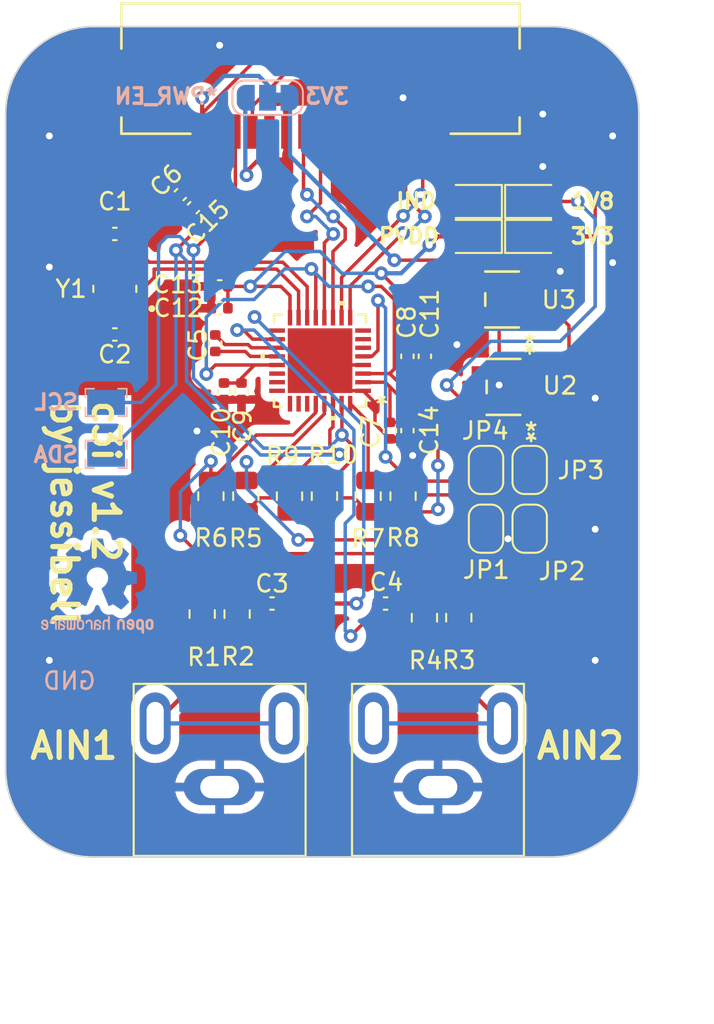
<source format=kicad_pcb>
(kicad_pcb (version 20221018) (generator pcbnew)
  (layers (0 "F.Cu" signal) (31 "B.Cu" signal) (34 "B.Paste" user) (35 "F.Paste" user) (36 "B.SilkS" user "B.Silkscreen") (37 "F.SilkS" user "F.Silkscreen") (38 "B.Mask" user) (39 "F.Mask" user) (44 "Edge.Cuts" user))
  (net 0 "")
  (net 1 "GND")
  (net 2 "Net-(U1-XTALP)")
  (net 3 "Net-(U1-XTALN)")
  (net 4 "Net-(C3-Pad1)")
  (net 5 "Ain1")
  (net 6 "Net-(C4-Pad1)")
  (net 7 "Ain2")
  (net 8 "Net-(U1-VREFP)")
  (net 9 "Net-(U1-VREFN)")
  (net 10 "+3.3V")
  (net 11 "+1V8")
  (net 12 "PVDD")
  (net 13 "LED_IND")
  (net 14 "MIPI_D0_N")
  (net 15 "MIPI_D0_P")
  (net 16 "MIPI_D1_N")
  (net 17 "MIPI_D1_P")
  (net 18 "MIPI_CL_N")
  (net 19 "MIPI_CL_P")
  (net 20 "PWR_EN")
  (net 21 "I2C_SCL")
  (net 22 "I2C_SDA")
  (net 23 "Net-(J2-Pad2)")
  (net 24 "Net-(J3-Pad2)")
  (net 25 "I2C_ADD")
  (net 26 "RESET")
  (net 27 "PWRDWN")
  (net 28 "INT")
  (net 40 "Net-(JP5-A)")
  (footprint "Capacitor_SMD:C_0402_1005Metric" (layer "F.Cu") (at 142.494 69.96 -90)
    (fp_text reference "C11")
    (fp_text value "10nF")
  )
  (footprint "Capacitor_SMD:C_0402_1005Metric" (layer "F.Cu") (at 129.032 61.324 -135)
    (fp_text reference "C15")
    (fp_text value "0.1uF")
  )
  (footprint "components:SWITCHCRAFT_PJRAN1X1U04X" (layer "F.Cu") (at 143.256 94.996)
    (fp_text reference "J3" hide)
    (fp_text value "PJRAN1X1U04X")
  )
  (footprint "Capacitor_SMD:C_0402_1005Metric" (layer "F.Cu") (at 128.27 60.562 45)
    (fp_text reference "C6")
    (fp_text value "0.1uF")
  )
  (footprint "LED_SMD:LED_0805_2012Metric" (layer "F.Cu") (at 145.288 62.992 180)
    (fp_text reference "D4")
    (fp_text value "LED")
  )
  (footprint "components:SWITCHCRAFT_PJRAN1X1U04X" (layer "F.Cu") (at 130.556 94.996)
    (fp_text reference "J2" hide)
    (fp_text value "PJRAN1X1U04X")
  )
  (footprint "Jumper:SolderJumper-2_P1.3mm_Open_RoundedPad1.0x1.5mm" (layer "F.Cu") (at 146.05 76.564 -90)
    (fp_text reference "JP4")
    (fp_text value "Jumper_2_Open")
  )
  (footprint "Capacitor_SMD:C_0402_1005Metric" (layer "F.Cu") (at 124.46 62.848 180)
    (fp_text reference "C1")
    (fp_text value "47pF")
  )
  (footprint "Resistor_SMD:R_0805_2012Metric" (layer "F.Cu") (at 141.224 78.088 90)
    (fp_text reference "R8")
    (fp_text value "100k")
  )
  (footprint "Jumper:SolderJumper-2_P1.3mm_Open_RoundedPad1.0x1.5mm" (layer "F.Cu") (at 148.59 76.564 -90)
    (fp_text reference "JP3")
    (fp_text value "Jumper_2_Open")
  )
  (footprint "Resistor_SMD:R_0805_2012Metric" (layer "F.Cu") (at 136.652 78.088 90)
    (fp_text reference "R10")
    (fp_text value "2.2k")
  )
  (footprint "Resistor_SMD:R_0805_2012Metric" (layer "F.Cu") (at 131.572 84.9395 90)
    (fp_text reference "R2")
    (fp_text value "51")
  )
  (footprint "components:SOT23-5LD-PL-1_MCH" (layer "F.Cu") (at 146.98345 66.658 180)
    (fp_text reference "U3")
    (fp_text value "MIC5504-1.8YM5-TR")
  )
  (footprint "Capacitor_SMD:C_0402_1005Metric" (layer "F.Cu") (at 124.46 68.69)
    (fp_text reference "C2")
    (fp_text value "47pF")
  )
  (footprint "Capacitor_SMD:C_0402_1005Metric" (layer "F.Cu") (at 141.478 74.278 90)
    (fp_text reference "C7")
    (fp_text value "10nF")
  )
  (footprint "Capacitor_SMD:C_0402_1005Metric" (layer "F.Cu") (at 130.302 69.198 -90)
    (fp_text reference "C5")
    (fp_text value "0.1uF")
  )
  (footprint "Capacitor_SMD:C_0402_1005Metric" (layer "F.Cu") (at 140.208 84.328 180)
    (fp_text reference "C4")
    (fp_text value "0.1uF")
  )
  (footprint "Capacitor_SMD:C_0402_1005Metric" (layer "F.Cu") (at 130.556 67.166)
    (fp_text reference "C12")
    (fp_text value "0.1uF")
  )
  (footprint "components:SOT23-5LD-PL-1_MCH" (layer "F.Cu") (at 147.066 71.738 180)
    (fp_text reference "U2")
    (fp_text value "MIC5504-1.8YM5-TR")
  )
  (footprint "LED_SMD:LED_0805_2012Metric" (layer "F.Cu") (at 148.844 60.96)
    (fp_text reference "D2")
    (fp_text value "LED")
  )
  (footprint "Jumper:SolderJumper-2_P1.3mm_Open_RoundedPad1.0x1.5mm" (layer "F.Cu") (at 148.59 79.978 90)
    (fp_text reference "JP2")
    (fp_text value "Jumper_2_Open")
  )
  (footprint "Resistor_SMD:R_0805_2012Metric" (layer "F.Cu") (at 129.54 84.9395 90)
    (fp_text reference "R1")
    (fp_text value "24")
  )
  (footprint "Capacitor_SMD:C_0402_1005Metric" (layer "F.Cu") (at 130.556 65.896)
    (fp_text reference "C13")
    (fp_text value "10nF")
  )
  (footprint "Resistor_SMD:R_0805_2012Metric" (layer "F.Cu") (at 139.192 78.088 90)
    (fp_text reference "R7")
    (fp_text value "100k")
  )
  (footprint "Resistor_SMD:R_0805_2012Metric" (layer "F.Cu") (at 142.467341 85.152906 90)
    (fp_text reference "R4")
    (fp_text value "51")
  )
  (footprint "components:XTAL_ABM8-28.63636MHZ-B2-T" (layer "F.Cu") (at 124.46 66.04 180)
    (fp_text reference "Y1")
    (fp_text value "Crystal_GND24" hide)
  )
  (footprint "Jumper:SolderJumper-2_P1.3mm_Open_RoundedPad1.0x1.5mm" (layer "F.Cu") (at 146.05 79.978 90)
    (fp_text reference "JP1")
    (fp_text value "Jumper_2_Open")
  )
  (footprint "Resistor_SMD:R_0805_2012Metric" (layer "F.Cu") (at 144.466 85.15 90)
    (fp_text reference "R3")
    (fp_text value "24")
  )
  (footprint "Resistor_SMD:R_0805_2012Metric" (layer "F.Cu") (at 132.08 78.088 90)
    (fp_text reference "R5")
    (fp_text value "100k")
  )
  (footprint "Capacitor_SMD:C_0402_1005Metric" (layer "F.Cu") (at 141.478 69.96 -90)
    (fp_text reference "C8")
    (fp_text value "0.1uF")
  )
  (footprint "Capacitor_SMD:C_0402_1005Metric" (layer "F.Cu") (at 140.462 74.278 -90)
    (fp_text reference "C14")
    (fp_text value "0.1uF")
  )
  (footprint "Capacitor_SMD:C_0402_1005Metric" (layer "F.Cu") (at 131.826 71.992 90)
    (fp_text reference "C9")
    (fp_text value "0.1uF")
  )
  (footprint "LED_SMD:LED_0805_2012Metric" (layer "F.Cu") (at 145.288 60.96 180)
    (fp_text reference "D1")
    (fp_text value "LED")
  )
  (footprint "Resistor_SMD:R_0805_2012Metric" (layer "F.Cu") (at 134.62 78.088 90)
    (fp_text reference "R9")
    (fp_text value "2.2k")
  )
  (footprint "components:conn15_1-84952-5_TEC" (layer "F.Cu") (at 136.4234 56.896 180)
    (fp_text reference "J1" hide)
    (fp_text value "1-84952-5")
  )
  (footprint "components:CP_32_12_ADI-M" (layer "F.Cu") (at 136.398 70.214 180)
    (fp_text reference "U1" hide)
    (fp_text value "ADV7280BCPZ-M-RL")
  )
  (footprint "Capacitor_SMD:C_0402_1005Metric" (layer "F.Cu") (at 130.81 71.992 90)
    (fp_text reference "C10")
    (fp_text value "10nF")
  )
  (footprint "Resistor_SMD:R_0805_2012Metric" (layer "F.Cu") (at 130.048 78.088 90)
    (fp_text reference "R6")
    (fp_text value "100k")
  )
  (footprint "LED_SMD:LED_0805_2012Metric" (layer "F.Cu") (at 148.844 62.992)
    (fp_text reference "D3")
    (fp_text value "LED")
  )
  (footprint "Capacitor_SMD:C_0402_1005Metric" (layer "F.Cu") (at 133.604 84.328)
    (fp_text reference "C3")
    (fp_text value "0.1uF")
  )
  (footprint "digikey-footprints:PROBE_PAD_0805" (layer "B.Cu") (at 123.952 72.644)
    (fp_text reference "TP2" hide)
    (fp_text value "RCT-0C")
  )
  (footprint "Symbol:OSHW-Logo2_7.3x6mm_Copper" (layer "B.Cu") (at 123.444 83.312 180)
    (fp_text reference "REF**" hide)
    (fp_text value "OSHW-Logo2_7.3x6mm_Copper" hide)
  )
  (footprint "Jumper:SolderJumper-3_P1.3mm_Bridged12_RoundedPad1.0x1.5mm_NumberLabels" (layer "B.Cu") (at 133.35 54.9318 180)
    (fp_text reference "JP5" hide)
    (fp_text value "SolderJumper_3_Bridged12")
  )
  (footprint "digikey-footprints:PROBE_PAD_0805" (layer "B.Cu") (at 123.952 75.654)
    (fp_text reference "TP1" hide)
    (fp_text value "RCT-0C")
  )
  (gr_line (start 149.86 99.06) (end 123.19 99.06) (stroke (width 0.1)) (layer "Edge.Cuts"))
  (gr_line (start 123.19 50.8) (end 149.86 50.8) (stroke (width 0.1)) (layer "Edge.Cuts"))
  (gr_line (start 154.94 55.88) (end 154.94 93.98) (stroke (width 0.1)) (layer "Edge.Cuts"))
  (gr_line (start 118.11 93.98) (end 118.11 55.88) (stroke (width 0.1)) (layer "Edge.Cuts"))
  (gr_arc (start 118.11 55.88) (mid 119.597898 52.287898) (end 123.19 50.8) (stroke (width 0.1)) (layer "Edge.Cuts"))
  (gr_arc (start 149.86 50.8) (mid 153.452102 52.287898) (end 154.94 55.88) (stroke (width 0.1)) (layer "Edge.Cuts"))
  (gr_arc (start 123.19 99.06) (mid 119.597898 97.572102) (end 118.11 93.98) (stroke (width 0.1)) (layer "Edge.Cuts"))
  (gr_arc (start 154.94 93.98) (mid 153.452102 97.572102) (end 149.86 99.06) (stroke (width 0.1)) (layer "Edge.Cuts"))
  (gr_text "c3i v1.2\nby jessibell" (at 120.65 72.39 270) (layer "F.Cu") (effects (font (size 1.5 1.5) (thickness 0.3) bold) (justify left bottom)))
  (gr_text "*PWR_EN" (at 130.556 55.372) (layer "B.SilkS") (effects (font (size 0.9 0.9) (thickness 0.2) bold) (justify left bottom mirror)))
  (gr_text "3V3" (at 138.176 55.372) (layer "B.SilkS") (effects (font (size 0.9 0.9) (thickness 0.2) bold) (justify left bottom mirror)))
  (gr_text "GND" (at 123.444 89.408) (layer "B.SilkS") (effects (font (size 1 1)) (justify left bottom mirror)))
  (gr_text "SDA" (at 122.428 76.2) (layer "B.SilkS") (effects (font (size 0.9 0.9) (thickness 0.2) bold) (justify left bottom mirror)))
  (gr_text "SCL" (at 122.428 73.152) (layer "B.SilkS") (effects (font (size 0.9 0.9) (thickness 0.2) bold) (justify left bottom mirror)))
  (gr_text "AIN1" (at 119.38 93.472) (layer "F.SilkS") (effects (font (size 1.5 1.5) (thickness 0.3) bold) (justify left bottom)))
  (gr_text "1V8" (at 150.876 61.468) (layer "F.SilkS") (effects (font (size 0.9 0.9) (thickness 0.2) bold) (justify left bottom)))
  (gr_text "c3i v1.2\nby jessibell" (at 120.65 72.39 270) (layer "F.SilkS") (effects (font (size 1.5 1.5) (thickness 0.3) bold) (justify left bottom)))
  (gr_text "PVDD" (at 139.7 63.5) (layer "F.SilkS") (effects (font (size 0.9 0.9) (thickness 0.2) bold) (justify left bottom)))
  (gr_text "3V3" (at 150.876 63.5) (layer "F.SilkS") (effects (font (size 0.9 0.9) (thickness 0.2) bold) (justify left bottom)))
  (gr_text "IND" (at 140.716 61.468) (layer "F.SilkS") (effects (font (size 0.9 0.9) (thickness 0.2) bold) (justify left bottom)))
  (gr_text "AIN2" (at 148.844 93.472) (layer "F.SilkS") (effects (font (size 1.5 1.5) (thickness 0.3) bold) (justify left bottom)))
  (segment (start 123.585 66.64) (end 125.335 64.89) (width 0.25) (layer "F.Cu") (net 1))
  (segment (start 138.1427 71.9587) (end 136.398 70.214) (width 0.2) (layer "F.Cu") (net 1))
  (segment (start 138.8999 71.963999) (end 139.592 72.656099) (width 0.2) (layer "F.Cu") (net 1))
  (segment (start 138.8999 70.464) (end 136.648 70.464) (width 0.2) (layer "F.Cu") (net 1))
  (segment (start 139.592 73.888) (end 140.462 74.758) (width 0.2) (layer "F.Cu") (net 1))
  (segment (start 136.648 70.464) (end 136.398 70.214) (width 0.2) (layer "F.Cu") (net 1))
  (segment (start 139.592 72.656099) (end 139.592 73.888) (width 0.2) (layer "F.Cu") (net 1))
  (segment (start 138.894601 71.9587) (end 138.1427 71.9587) (width 0.2) (layer "F.Cu") (net 1))
  (segment (start 123.585 67.19) (end 123.585 66.64) (width 0.25) (layer "F.Cu") (net 1))
  (segment (start 138.8999 71.963999) (end 138.894601 71.9587) (width 0.2) (layer "F.Cu") (net 1))
  (via (at 152.4 80.01) (size 0.8) (drill 0.4) (layers "F.Cu" "B.Cu") (net 1))
  (via (at 153.416 57.15) (size 0.8) (drill 0.4) (layers "F.Cu" "B.Cu") (net 1))
  (via (at 141.224 54.9318) (size 0.8) (drill 0.4) (layers "F.Cu" "B.Cu") (net 1))
  (via (at 141.785069 75.726124) (size 0.8) (drill 0.4) (layers "F.Cu" "B.Cu") (net 1))
  (via (at 150.368 65.024) (size 0.8) (drill 0.4) (layers "F.Cu" "B.Cu") (net 1))
  (via (at 147.327488 80.568551) (size 0.8) (drill 0.4) (layers "F.Cu" "B.Cu") (net 1))
  (via (at 130.556 51.8838) (size 0.8) (drill 0.4) (layers "F.Cu" "B.Cu") (net 1))
  (via (at 120.65 57.15) (size 0.8) (drill 0.4) (layers "F.Cu" "B.Cu") (net 1))
  (via (at 153.416 64.516) (size 0.8) (drill 0.4) (layers "F.Cu" "B.Cu") (net 1))
  (via (at 129.238545 74.303347) (size 0.8) (drill 0.4) (layers "F.Cu" "B.Cu") (net 1))
  (via (at 149.352 55.88) (size 0.8) (drill 0.4) (layers "F.Cu" "B.Cu") (net 1))
  (via (at 152.4 87.63) (size 0.8) (drill 0.4) (layers "F.Cu" "B.Cu") (net 1))
  (via (at 120.65 64.77) (size 0.8) (drill 0.4) (layers "F.Cu" "B.Cu") (net 1))
  (via (at 146.812 71.628) (size 0.8) (drill 0.4) (layers "F.Cu" "B.Cu") (net 1))
  (via (at 152.4 72.39) (size 0.8) (drill 0.4) (layers "F.Cu" "B.Cu") (net 1))
  (via (at 120.65 87.63) (size 0.8) (drill 0.4) (layers "F.Cu" "B.Cu") (net 1))
  (via (at 149.352 58.928) (size 0.8) (drill 0.4) (layers "F.Cu" "B.Cu") (net 1))
  (via (at 144.35623 69.280712) (size 0.8) (drill 0.4) (layers "F.Cu" "B.Cu") (net 1))
  (segment (start 123.98 63.5) (end 123.98 64.495) (width 0.25) (layer "F.Cu") (net 2))
  (segment (start 126.465554 64.492) (end 125.473554 63.5) (width 0.2) (layer "F.Cu") (net 2))
  (segment (start 123.98 62.848) (end 123.98 63.5) (width 0.25) (layer "F.Cu") (net 2))
  (segment (start 134.232 64.492) (end 135.647999 65.907999) (width 0.2) (layer "F.Cu") (net 2))
  (segment (start 135.647999 65.907999) (end 135.647999 67.7121) (width 0.2) (layer "F.Cu") (net 2))
  (segment (start 125.473554 63.5) (end 123.98 63.5) (width 0.2) (layer "F.Cu") (net 2))
  (segment (start 123.98 64.495) (end 123.585 64.89) (width 0.25) (layer "F.Cu") (net 2))
  (segment (start 134.232 64.492) (end 126.465554 64.492) (width 0.2) (layer "F.Cu") (net 2))
  (segment (start 124.94 68.69) (end 124.94 67.187) (width 0.2) (layer "F.Cu") (net 3))
  (segment (start 126.746 65.381) (end 126.746 64.892) (width 0.2) (layer "F.Cu") (net 3))
  (segment (start 124.94 67.187) (end 125.335 66.792) (width 0.2) (layer "F.Cu") (net 3))
  (segment (start 135.148 66.17) (end 135.148 67.7121) (width 0.2) (layer "F.Cu") (net 3))
  (segment (start 133.87 64.892) (end 135.148 66.17) (width 0.2) (layer "F.Cu") (net 3))
  (segment (start 126.746 64.892) (end 133.87 64.892) (width 0.2) (layer "F.Cu") (net 3))
  (segment (start 125.335 66.792) (end 126.746 65.381) (width 0.2) (layer "F.Cu") (net 3))
  (segment (start 132.823 84.027) (end 133.124 84.328) (width 0.25) (layer "F.Cu") (net 4))
  (segment (start 131.572 84.027) (end 132.823 84.027) (width 0.25) (layer "F.Cu") (net 4))
  (segment (start 131.826 84.027) (end 129.54 84.027) (width 0.2) (layer "F.Cu") (net 4))
  (segment (start 138.5095 84.328) (end 134.084 84.328) (width 0.25) (layer "F.Cu") (net 5))
  (segment (start 133.8961 68.464001) (end 133.378001 68.464001) (width 0.2) (layer "F.Cu") (net 5))
  (segment (start 133.378001 68.464001) (end 132.588 67.674) (width 0.2) (layer "F.Cu") (net 5))
  (via (at 138.5095 84.328) (size 0.8) (drill 0.4) (layers "F.Cu" "B.Cu") (net 5))
  (via (at 132.588 67.674) (size 0.8) (drill 0.4) (layers "F.Cu" "B.Cu") (net 5))
  (segment (start 138.938 83.8995) (end 138.5095 84.328) (width 0.2) (layer "B.Cu") (net 5))
  (segment (start 132.588 67.674) (end 138.938 74.024) (width 0.2) (layer "B.Cu") (net 5))
  (segment (start 138.938 74.024) (end 138.938 83.8995) (width 0.2) (layer "B.Cu") (net 5))
  (segment (start 142.410935 84.184) (end 142.467341 84.240406) (width 0.25) (layer "F.Cu") (net 6))
  (segment (start 142.434 84.2375) (end 144.466 84.2375) (width 0.2) (layer "F.Cu") (net 6))
  (segment (start 140.688 84.184) (end 142.410935 84.184) (width 0.25) (layer "F.Cu") (net 6))
  (segment (start 131.94137 68.436) (end 131.572 68.436) (width 0.2) (layer "F.Cu") (net 7))
  (segment (start 139.728 84.664) (end 139.728 84.184) (width 0.2) (layer "F.Cu") (net 7))
  (segment (start 132.469371 68.964) (end 131.94137 68.436) (width 0.2) (layer "F.Cu") (net 7))
  (segment (start 138.176 86.216) (end 139.728 84.664) (width 0.2) (layer "F.Cu") (net 7))
  (segment (start 133.8961 68.964) (end 132.469371 68.964) (width 0.2) (layer "F.Cu") (net 7))
  (via (at 138.176 86.216) (size 0.8) (drill 0.4) (layers "F.Cu" "B.Cu") (net 7))
  (via (at 131.572 68.436) (size 0.8) (drill 0.4) (layers "F.Cu" "B.Cu") (net 7))
  (segment (start 132.56195 68.436) (end 138.368 74.24205) (width 0.2) (layer "B.Cu") (net 7))
  (segment (start 137.86 79.674) (end 137.86 85.008) (width 0.2) (layer "B.Cu") (net 7))
  (segment (start 137.86 85.9) (end 138.176 86.216) (width 0.2) (layer "B.Cu") (net 7))
  (segment (start 137.86 84.864) (end 137.86 85.9) (width 0.2) (layer "B.Cu") (net 7))
  (segment (start 138.368 79.166) (end 137.86 79.674) (width 0.2) (layer "B.Cu") (net 7))
  (segment (start 131.572 68.436) (end 132.56195 68.436) (width 0.2) (layer "B.Cu") (net 7))
  (segment (start 138.368 74.24205) (end 138.368 79.166) (width 0.2) (layer "B.Cu") (net 7))
  (segment (start 130.302 68.718) (end 130.862 69.278) (width 0.2) (layer "F.Cu") (net 8))
  (segment (start 132.403684 69.463999) (end 133.8961 69.463999) (width 0.2) (layer "F.Cu") (net 8))
  (segment (start 130.862 69.278) (end 132.217685 69.278) (width 0.2) (layer "F.Cu") (net 8))
  (segment (start 132.217685 69.278) (end 132.403684 69.463999) (width 0.2) (layer "F.Cu") (net 8))
  (segment (start 130.302 69.678) (end 132.052 69.678) (width 0.2) (layer "F.Cu") (net 9))
  (segment (start 132.338 69.964) (end 133.8961 69.964) (width 0.2) (layer "F.Cu") (net 9))
  (segment (start 132.052 69.678) (end 132.338 69.964) (width 0.2) (layer "F.Cu") (net 9))
  (segment (start 152.4 55.88) (end 152.4 62.992) (width 0.2) (layer "F.Cu") (net 10))
  (segment (start 140.462 73.798) (end 140.462 71.738) (width 0.2) (layer "F.Cu") (net 10))
  (segment (start 150.302001 67.608001) (end 150.876 68.182) (width 0.2) (layer "F.Cu") (net 10))
  (segment (start 128.609411 60.222589) (end 129.371411 60.984589) (width 0.2) (layer "F.Cu") (net 10))
  (segment (start 129.4892 55.8927) (end 133.5659 51.816) (width 0.2) (layer "F.Cu") (net 10))
  (segment (start 148.9202 72.688001) (end 148.41855 72.688001) (width 0.2) (layer "F.Cu") (net 10))
  (segment (start 138.3795 78.188) (end 139.192 79.0005) (width 0.2) (layer "F.Cu") (net 10))
  (segment (start 133.5659 51.816) (end 148.336 51.816) (width 0.2) (layer "F.Cu") (net 10))
  (segment (start 129.4892 56.896) (end 129.4892 55.8927) (width 0.2) (layer "F.Cu") (net 10))
  (segment (start 136.652 79.0005) (end 136.652 78.188) (width 0.2) (layer "F.Cu") (net 10))
  (segment (start 134.62 79.0005) (end 134.62 78.188) (width 0.2) (layer "F.Cu") (net 10))
  (segment (start 152.4 67.056) (end 150.876 68.58) (width 0.2) (layer "F.Cu") (net 10))
  (segment (start 129.512 56.9188) (end 129.4892 56.896) (width 0.3) (layer "F.Cu") (net 10))
  (segment (start 140.188 71.464) (end 138.8999 71.464) (width 0.2) (layer "F.Cu") (net 10))
  (segment (start 149.7815 62.992) (end 152.4 62.992) (width 0.25) (layer "F.Cu") (net 10))
  (segment (start 129.54 56.8452) (end 129.4892 56.896) (width 0.25) (layer "F.Cu") (net 10))
  (segment (start 139.192 79.0005) (end 141.224 79.0005) (width 0.2) (layer "F.Cu") (net 10))
  (segment (start 130.048 79.0005) (end 132.08 79.0005) (width 0.2) (layer "F.Cu") (net 10))
  (segment (start 140.208 71.484) (end 140.188 71.464) (width 0.2) (layer "F.Cu") (net 10))
  (segment (start 129.54 54.9318) (end 129.54 56.8452) (width 0.25) (layer "F.Cu") (net 10))
  (segment (start 132.08 79.0005) (end 132.8925 78.188) (width 0.2) (layer "F.Cu") (net 10))
  (segment (start 148.59 52.07) (end 152.4 55.88) (width 0.2) (layer "F.Cu") (net 10))
  (segment (start 143.256 74.532) (end 140.208 71.484) (width 0.2) (layer "F.Cu") (net 10))
  (segment (start 150.876 68.182) (end 150.876 68.58) (width 0.2) (layer "F.Cu") (net 10))
  (segment (start 148.41855 72.688001) (end 146.574551 74.532) (width 0.2) (layer "F.Cu") (net 10))
  (segment (start 143.1055 79.0005) (end 143.256 78.85) (width 0.2) (layer "F.Cu") (net 10))
  (segment (start 150.876 70.732201) (end 148.9202 72.688001) (width 0.2) (layer "F.Cu") (net 10))
  (segment (start 141.224 79.0005) (end 143.1055 79.0005) (width 0.2) (layer "F.Cu") (net 10))
  (segment (start 143.256 76.31) (end 143.256 74.532) (width 0.2) (layer "F.Cu") (net 10))
  (segment (start 134.62 78.188) (end 136.652 78.188) (width 0.2) (layer "F.Cu") (net 10))
  (segment (start 129.371411 57.013789) (end 129.4892 56.896) (width 0.2) (layer "F.Cu") (net 10))
  (segment (start 152.4 62.992) (end 152.4 67.056) (width 0.2) (layer "F.Cu") (net 10))
  (segment (start 129.371411 60.984589) (end 129.371411 57.961989) (width 0.2) (layer "F.Cu") (net 10))
  (segment (start 136.652 78.188) (end 138.3795 78.188) (width 0.2) (layer "F.Cu") (net 10))
  (segment (start 150.876 68.58) (end 150.876 70.732201) (width 0.2) (layer "F.Cu") (net 10))
  (segment (start 140.462 71.738) (end 140.208 71.484) (width 0.2) (layer "F.Cu") (net 10))
  (segment (start 148.336 67.608001) (end 150.302001 67.608001) (width 0.2) (layer "F.Cu") (net 10))
  (segment (start 140.462 73.798) (end 141.478 73.798) (width 0.2) (layer "F.Cu") (net 10))
  (segment (start 132.8925 78.188) (end 134.62 78.188) (width 0.2) (layer "F.Cu") (net 10))
  (segment (start 148.336 51.816) (end 148.59 52.07) (width 0.2) (layer "F.Cu") (net 10))
  (segment (start 146.574551 74.532) (end 143.256 74.532) (width 0.2) (layer "F.Cu") (net 10))
  (via (at 143.256 78.85) (size 0.8) (drill 0.4) (layers "F.Cu" "B.Cu") (net 10))
  (via (at 129.54 54.9318) (size 0.8) (drill 0.4) (layers "F.Cu" "B.Cu") (net 10))
  (via (at 143.256 76.31) (size 0.8) (drill 0.4) (layers "F.Cu" "B.Cu") (net 10))
  (segment (start 130.81 53.6618) (end 129.54 54.9318) (width 0.25) (layer "B.Cu") (net 10))
  (segment (start 132.83 53.6618) (end 130.81 53.6618) (width 0.25) (layer "B.Cu") (net 10))
  (segment (start 133.35 54.1818) (end 132.83 53.6618) (width 0.25) (layer "B.Cu") (net 10))
  (segment (start 133.35 54.9318) (end 133.35 54.1818) (width 0.25) (layer "B.Cu") (net 10))
  (segment (start 143.256 78.85) (end 143.256 76.31) (width 0.2) (layer "B.Cu") (net 10))
  (segment (start 135.89 64.88) (end 136.148 65.138) (width 0.2) (layer "F.Cu") (net 11))
  (segment (start 129.780622 70.989378) (end 130.306 70.464) (width 0.2) (layer "F.Cu") (net 11))
  (segment (start 140.450001 70.964001) (end 138.8999 70.964001) (width 0.2) (layer "F.Cu") (net 11))
  (segment (start 140.450001 70.964001) (end 140.716 70.698002) (width 0.2) (layer "F.Cu") (net 11))
  (segment (start 140.716 70.698002) (end 140.716 66.658) (width 0.2) (layer "F.Cu") (net 11))
  (segment (start 139.954 65.896) (end 139.192 65.896) (width 0.2) (layer "F.Cu") (net 11))
  (segment (start 145.71345 72.688001) (end 142.174001 72.688001) (width 0.2) (layer "F.Cu") (net 11))
  (segment (start 145.71345 72.688001) (end 144.824001 72.688001) (width 0.2) (layer "F.Cu") (net 11))
  (segment (start 142.174001 72.688001) (end 140.450001 70.964001) (width 0.2) (layer "F.Cu") (net 11))
  (segment (start 141.478 70.44) (end 140.974002 70.44) (width 0.2) (layer "F.Cu") (net 11))
  (segment (start 129.794 71.002756) (end 129.780622 70.989378) (width 0.2) (layer "F.Cu") (net 11))
  (segment (start 140.974002 70.44) (end 140.450001 70.964001) (width 0.2) (layer "F.Cu") (net 11))
  (segment (start 131.826 71.512) (end 131.826 71.226) (width 0.2) (layer "F.Cu") (net 11))
  (segment (start 142.494 70.44) (end 141.478 70.44) (width 0.2) (layer "F.Cu") (net 11))
  (segment (start 130.306 70.464) (end 132.588 70.464) (width 0.2) (layer "F.Cu") (net 11))
  (segment (start 140.716 66.658) (end 139.954 65.896) (width 0.2) (layer "F.Cu") (net 11))
  (segment (start 151.384 60.96) (end 149.7815 60.96) (width 0.2) (layer "F.Cu") (net 11))
  (segment (start 136.148 65.138) (end 136.148 67.7121) (width 0.2) (layer "F.Cu") (net 11))
  (segment (start 132.588 70.464) (end 133.8961 70.464) (width 0.2) (layer "F.Cu") (net 11))
  (segment (start 131.826 71.226) (end 132.588 70.464) (width 0.2) (layer "F.Cu") (net 11))
  (segment (start 130.81 71.512) (end 131.826 71.512) (width 0.2) (layer "F.Cu") (net 11))
  (segment (start 144.824001 72.688001) (end 143.764 71.628) (width 0.2) (layer "F.Cu") (net 11))
  (via (at 151.384 60.96) (size 0.8) (drill 0.4) (layers "F.Cu" "B.Cu") (net 11))
  (via (at 139.192 65.896) (size 0.8) (drill 0.4) (layers "F.Cu" "B.Cu") (net 11))
  (via (at 143.764 71.628) (size 0.8) (drill 0.4) (layers "F.Cu" "B.Cu") (net 11))
  (via (at 129.780622 70.989378) (size 0.8) (drill 0.4) (layers "F.Cu" "B.Cu") (net 11))
  (via (at 135.89 64.88) (size 0.8) (drill 0.4) (layers "F.Cu" "B.Cu") (net 11))
  (segment (start 130.81 66.658) (end 129.780622 67.687378) (width 0.2) (layer "B.Cu") (net 11))
  (segment (start 152.4 61.976) (end 151.384 60.96) (width 0.2) (layer "B.Cu") (net 11))
  (segment (start 150.368 69.088) (end 152.4 67.056) (width 0.2) (layer "B.Cu") (net 11))
  (segment (start 135.89 64.88) (end 134.33995 64.88) (width 0.2) (layer "B.Cu") (net 11))
  (segment (start 152.4 67.056) (end 152.4 61.976) (width 0.2) (layer "B.Cu") (net 11))
  (segment (start 134.33995 64.88) (end 132.56195 66.658) (width 0.2) (layer "B.Cu") (net 11))
  (segment (start 132.56195 66.658) (end 130.81 66.658) (width 0.2) (layer "B.Cu") (net 11))
  (segment (start 143.764 71.628) (end 146.304 69.088) (width 0.2) (layer "B.Cu") (net 11))
  (segment (start 129.780622 67.687378) (end 129.780622 70.989378) (width 0.2) (layer "B.Cu") (net 11))
  (segment (start 146.304 69.088) (end 150.368 69.088) (width 0.2) (layer "B.Cu") (net 11))
  (segment (start 136.906 65.896) (end 135.89 64.88) (width 0.2) (layer "B.Cu") (net 11))
  (segment (start 139.192 65.896) (end 136.906 65.896) (width 0.2) (layer "B.Cu") (net 11))
  (segment (start 131.036 65.896) (end 131.036 67.166) (width 0.2) (layer "F.Cu") (net 12))
  (segment (start 132.334 65.896) (end 134.112 65.896) (width 0.2) (layer "F.Cu") (net 12))
  (segment (start 142.428001 67.608001) (end 139.954 65.134) (width 0.2) (layer "F.Cu") (net 12))
  (segment (start 143.256 62.992) (end 142.748 63.5) (width 0.25) (layer "F.Cu") (net 12))
  (segment (start 144.3505 62.992) (end 143.256 62.992) (width 0.25) (layer "F.Cu") (net 12))
  (segment (start 131.036 65.896) (end 132.334 65.896) (width 0.2) (layer "F.Cu") (net 12))
  (segment (start 145.6309 67.608001) (end 142.428001 67.608001) (width 0.2) (layer "F.Cu") (net 12))
  (segment (start 134.112 65.896) (end 134.648001 66.432001) (width 0.2) (layer "F.Cu") (net 12))
  (segment (start 134.648001 66.432001) (end 134.648001 67.7121) (width 0.2) (layer "F.Cu") (net 12))
  (via (at 139.954 65.134) (size 0.8) (drill 0.4) (layers "F.Cu" "B.Cu") (net 12))
  (via (at 132.334 65.896) (size 0.8) (drill 0.4) (layers "F.Cu" "B.Cu") (net 12))
  (via (at 142.748 63.5) (size 0.8) (drill 0.4) (layers "F.Cu" "B.Cu") (net 12))
  (segment (start 142.748 63.5) (end 141.114 65.134) (width 0.25) (layer "B.Cu") (net 12))
  (segment (start 136.398 63.864) (end 134.366 63.864) (width 0.2) (layer "B.Cu") (net 12))
  (segment (start 141.114 65.134) (end 139.954 65.134) (width 0.25) (layer "B.Cu") (net 12))
  (segment (start 137.668 65.134) (end 136.398 63.864) (width 0.2) (layer "B.Cu") (net 12))
  (segment (start 134.366 63.864) (end 132.334 65.896) (width 0.2) (layer "B.Cu") (net 12))
  (segment (start 139.954 65.134) (end 137.668 65.134) (width 0.2) (layer "B.Cu") (net 12))
  (segment (start 144.526 60.0225) (end 144.3505 60.198) (width 0.2) (layer "F.Cu") (net 13))
  (segment (start 144.3505 60.198) (end 144.3505 60.96) (width 0.2) (layer "F.Cu") (net 13))
  (segment (start 132.461 56.896) (end 132.461 55.4228) (width 0.2) (layer "F.Cu") (net 13))
  (segment (start 134.62 53.2638) (end 143.256 53.2638) (width 0.2) (layer "F.Cu") (net 13))
  (segment (start 132.461 55.4228) (end 134.62 53.2638) (width 0.2) (layer "F.Cu") (net 13))
  (segment (start 144.526 54.5338) (end 144.526 59.944) (width 0.2) (layer "F.Cu") (net 13))
  (segment (start 143.256 53.2638) (end 144.526 54.5338) (width 0.2) (layer "F.Cu") (net 13))
  (segment (start 142.24 60.562) (end 142.367 60.435) (width 0.2) (layer "F.Cu") (net 14))
  (segment (start 141.226133 61.794901) (end 137.648 65.373034) (width 0.2) (layer "F.Cu") (net 14))
  (segment (start 142.367 60.435) (end 142.367 57.8442) (width 0.2) (layer "F.Cu") (net 14))
  (segment (start 137.648 65.373034) (end 137.648 67.7121) (width 0.2) (layer "F.Cu") (net 14))
  (via (at 142.24 60.562) (size 0.8) (drill 0.4) (layers "F.Cu" "B.Cu") (net 14))
  (via (at 141.226133 61.794901) (size 0.8) (drill 0.4) (layers "F.Cu" "B.Cu") (net 14))
  (segment (start 142.24 60.562) (end 142.24 60.781034) (width 0.2) (layer "B.Cu") (net 14))
  (segment (start 142.24 60.781034) (end 141.226133 61.794901) (width 0.2) (layer "B.Cu") (net 14))
  (segment (start 138.147999 65.870399) (end 138.147999 67.7121) (width 0.2) (layer "F.Cu") (net 15))
  (segment (start 141.3764 60.7144) (end 142.494 61.832) (width 0.2) (layer "F.Cu") (net 15))
  (segment (start 142.494 61.832) (end 142.24 61.832) (width 0.2) (layer "F.Cu") (net 15))
  (segment (start 141.3764 57.8442) (end 141.3764 60.7144) (width 0.2) (layer "F.Cu") (net 15))
  (segment (start 141.223997 62.794401) (end 138.147999 65.870399) (width 0.2) (layer "F.Cu") (net 15))
  (via (at 142.494 61.832) (size 0.8) (drill 0.4) (layers "F.Cu" "B.Cu") (net 15))
  (via (at 141.223997 62.794401) (size 0.8) (drill 0.4) (layers "F.Cu" "B.Cu") (net 15))
  (segment (start 141.531599 62.794401) (end 142.494 61.832) (width 0.2) (layer "B.Cu") (net 15))
  (segment (start 141.223997 62.794401) (end 141.531599 62.794401) (width 0.2) (layer "B.Cu") (net 15))
  (segment (start 136.648 63.36) (end 136.648 67.7121) (width 0.2) (layer "F.Cu") (net 18))
  (segment (start 137.16 62.848) (end 136.648 63.36) (width 0.2) (layer "F.Cu") (net 18))
  (segment (start 136.4234 61.0446) (end 135.636 61.832) (width 0.2) (layer "F.Cu") (net 18))
  (segment (start 136.4234 57.8442) (end 136.4234 61.0446) (width 0.2) (layer "F.Cu") (net 18))
  (via (at 137.16 62.848) (size 0.8) (drill 0.4) (layers "F.Cu" "B.Cu") (net 18))
  (via (at 135.636 61.832) (size 0.8) (drill 0.4) (layers "F.Cu" "B.Cu") (net 18))
  (segment (start 135.636 61.832) (end 136.144 61.832) (width 0.2) (layer "B.Cu") (net 18))
  (segment (start 136.144 61.832) (end 137.16 62.848) (width 0.2) (layer "B.Cu") (net 18))
  (segment (start 135.4328 60.3588) (end 135.636 60.562) (width 0.2) (layer "F.Cu") (net 19))
  (segment (start 137.16 61.832) (end 137.86 62.532) (width 0.2) (layer "F.Cu") (net 19))
  (segment (start 137.86 63.164) (end 137.148001 63.875999) (width 0.2) (layer "F.Cu") (net 19))
  (segment (start 135.4328 57.8442) (end 135.4328 60.3588) (width 0.2) (layer "F.Cu") (net 19))
  (segment (start 137.86 62.532) (end 137.86 63.164) (width 0.2) (layer "F.Cu") (net 19))
  (segment (start 137.148001 63.875999) (end 137.148001 67.7121) (width 0.2) (layer "F.Cu") (net 19))
  (via (at 135.636 60.562) (size 0.8) (drill 0.4) (layers "F.Cu" "B.Cu") (net 19))
  (via (at 137.16 61.832) (size 0.8) (drill 0.4) (layers "F.Cu" "B.Cu") (net 19))
  (segment (start 135.636 60.562) (end 136.906 61.832) (width 0.2) (layer "B.Cu") (net 19))
  (segment (start 136.906 61.832) (end 137.16 61.832) (width 0.2) (layer "B.Cu") (net 19))
  (segment (start 133.4516 57.8993) (end 133.4516 56.896) (width 0.25) (layer "F.Cu") (net 20))
  (segment (start 132.1199 59.231) (end 133.4516 57.8993) (width 0.25) (layer "F.Cu") (net 20))
  (segment (start 132.1199 59.436) (end 132.1199 59.231) (width 0.25) (layer "F.Cu") (net 20))
  (via (at 132.1199 59.436) (size 0.8) (drill 0.4) (layers "F.Cu" "B.Cu") (net 20))
  (segment (start 132.05 59.3661) (end 132.05 54.9318) (width 0.25) (layer "B.Cu") (net 20))
  (segment (start 132.1199 59.436) (end 132.05 59.3661) (width 0.25) (layer "B.Cu") (net 20))
  (segment (start 137.668 72.7359) (end 137.648 72.7159) (width 0.2) (layer "F.Cu") (net 21))
  (segment (start 137.668 74.532) (end 137.668 72.7359) (width 0.2) (layer "F.Cu") (net 21))
  (segment (start 136.652 77.1755) (end 137.0565 77.1755) (width 0.2) (layer "F.Cu") (net 21))
  (segment (start 138.227622 75.091622) (end 137.668 74.532) (width 0.2) (layer "F.Cu") (net 21))
  (segment (start 131.4704 61.3541) (end 129.032 63.7925) (width 0.2) (layer "F.Cu") (net 21))
  (segment (start 138.227622 76.004378) (end 138.227622 75.091622) (width 0.2) (layer "F.Cu") (net 21))
  (segment (start 137.0565 77.1755) (end 138.227622 76.004378) (width 0.2) (layer "F.Cu") (net 21))
  (segment (start 131.4704 57.8442) (end 131.4704 61.3541) (width 0.2) (layer "F.Cu") (net 21))
  (via (at 129.032 63.7925) (size 0.8) (drill 0.4) (layers "F.Cu" "B.Cu") (net 21))
  (via (at 137.668 74.532) (size 0.8) (drill 0.4) (layers "F.Cu" "B.Cu") (net 21))
  (segment (start 127 71.628) (end 125.984 72.644) (width 0.2) (layer "B.Cu") (net 21))
  (segment (start 133.096 75.294) (end 136.906 75.294) (width 0.2) (layer "B.Cu") (net 21))
  (segment (start 125.984 72.644) (end 123.952 72.644) (width 0.2) (layer "B.Cu") (net 21))
  (segment (start 129.032 71.23) (end 133.096 75.294) (width 0.2) (layer "B.Cu") (net 21))
  (segment (start 127 63.5) (end 127 71.628) (width 0.2) (layer "B.Cu") (net 21))
  (segment (start 128.2315 62.992) (end 127.508 62.992) (width 0.2) (layer "B.Cu") (net 21))
  (segment (start 127.508 62.992) (end 127 63.5) (width 0.2) (layer "B.Cu") (net 21))
  (segment (start 136.906 75.294) (end 137.668 74.532) (width 0.2) (layer "B.Cu") (net 21))
  (segment (start 129.032 63.7925) (end 128.2315 62.992) (width 0.2) (layer "B.Cu") (net 21))
  (segment (start 129.032 63.7925) (end 129.032 71.23) (width 0.2) (layer "B.Cu") (net 21))
  (segment (start 130.4798 57.8442) (end 130.4798 61.3287) (width 0.2) (layer "F.Cu") (net 22))
  (segment (start 137.148001 74.062049) (end 137.148001 72.7159) (width 0.2) (layer "F.Cu") (net 22))
  (segment (start 136.133878 75.661622) (end 134.62 77.1755) (width 0.2) (layer "F.Cu") (net 22))
  (segment (start 130.4798 61.3287) (end 128.016 63.7925) (width 0.2) (layer "F.Cu") (net 22))
  (segment (start 136.968 75.102) (end 136.968 74.24205) (width 0.2) (layer "F.Cu") (net 22))
  (segment (start 137.527622 75.661622) (end 136.133878 75.661622) (width 0.2) (layer "F.Cu") (net 22))
  (segment (start 136.968 74.24205) (end 137.148001 74.062049) (width 0.2) (layer "F.Cu") (net 22))
  (segment (start 137.527622 75.661622) (end 136.968 75.102) (width 0.2) (layer "F.Cu") (net 22))
  (via (at 128.016 63.7925) (size 0.8) (drill 0.4) (layers "F.Cu" "B.Cu") (net 22))
  (via (at 137.527622 75.661622) (size 0.8) (drill 0.4) (layers "F.Cu" "B.Cu") (net 22))
  (segment (start 128.632 71.395686) (end 132.930315 75.694) (width 0.2) (layer "B.Cu") (net 22))
  (segment (start 128.016 63.7925) (end 128.016 71.59) (width 0.2) (layer "B.Cu") (net 22))
  (segment (start 128.016 71.59) (end 123.952 75.654) (width 0.2) (layer "B.Cu") (net 22))
  (segment (start 137.495244 75.694) (end 137.527622 75.661622) (width 0.2) (layer "B.Cu") (net 22))
  (segment (start 128.016 63.7925) (end 128.632 64.4085) (width 0.2) (layer "B.Cu") (net 22))
  (segment (start 132.930315 75.694) (end 137.495244 75.694) (width 0.2) (layer "B.Cu") (net 22))
  (segment (start 128.632 64.4085) (end 128.632 70.722) (width 0.2) (layer "B.Cu") (net 22))
  (segment (start 128.632 70.722) (end 128.632 71.395686) (width 0.2) (layer "B.Cu") (net 22))
  (segment (start 129.734 85.852) (end 129.286 86.3) (width 0.2) (layer "F.Cu") (net 23))
  (segment (start 129.54 88.562) (end 126.806 91.296) (width 0.25) (layer "F.Cu") (net 23))
  (segment (start 129.54 85.852) (end 129.54 88.562) (width 0.25) (layer "F.Cu") (net 23))
  (segment (start 126.806 91.296) (end 134.306 91.296) (width 0.25) (layer "B.Cu") (net 23))
  (segment (start 144.466 86.0625) (end 144.466 88.756) (width 0.25) (layer "F.Cu") (net 24))
  (segment (start 144.466 88.756) (end 147.006 91.296) (width 0.25) (layer "F.Cu") (net 24))
  (segment (start 147.006 91.296) (end 139.506 91.296) (width 0.25) (layer "B.Cu") (net 24))
  (segment (start 144.005089 80.628) (end 135.128 80.628) (width 0.2) (layer "F.Cu") (net 25))
  (segment (start 145.305089 79.328) (end 144.005089 80.628) (width 0.2) (layer "F.Cu") (net 25))
  (segment (start 136.648 73.3075) (end 132.78 77.1755) (width 0.2) (layer "F.Cu") (net 25))
  (segment (start 132.118372 76.094372) (end 132.118372 77.137128) (width 0.2) (layer "F.Cu") (net 25))
  (segment (start 132.78 77.1755) (end 132.08 77.1755) (width 0.2) (layer "F.Cu") (net 25))
  (segment (start 146.05 79.328) (end 145.305089 79.328) (width 0.2) (layer "F.Cu") (net 25))
  (segment (start 132.118372 77.137128) (end 132.08 77.1755) (width 0.2) (layer "F.Cu") (net 25))
  (segment (start 136.648 72.7159) (end 136.648 73.3075) (width 0.2) (layer "F.Cu") (net 25))
  (via (at 135.128 80.628) (size 0.8) (drill 0.4) (layers "F.Cu" "B.Cu") (net 25))
  (via (at 132.118372 76.094372) (size 0.8) (drill 0.4) (layers "F.Cu" "B.Cu") (net 25))
  (segment (start 135.128 80.628) (end 132.118372 77.618372) (width 0.2) (layer "B.Cu") (net 25))
  (segment (start 132.118372 77.618372) (end 132.118372 76.094372) (width 0.2) (layer "B.Cu") (net 25))
  (segment (start 149.86 80.223736) (end 149.86 81.136) (width 0.2) (layer "F.Cu") (net 26))
  (segment (start 149.568 81.428) (end 129.324 81.428) (width 0.2) (layer "F.Cu") (net 26))
  (segment (start 129.324 81.428) (end 128.27 80.374) (width 0.2) (layer "F.Cu") (net 26))
  (segment (start 149.86 81.136) (end 149.568 81.428) (width 0.2) (layer "F.Cu") (net 26))
  (segment (start 130.048 76.056) (end 130.048 77.1755) (width 0.2) (layer "F.Cu") (net 26))
  (segment (start 132.6915 74.532) (end 130.048 77.1755) (width 0.2) (layer "F.Cu") (net 26))
  (segment (start 148.59 79.328) (end 148.964264 79.328) (width 0.2) (layer "F.Cu") (net 26))
  (segment (start 136.148 72.7159) (end 136.148 73.224363) (width 0.2) (layer "F.Cu") (net 26))
  (segment (start 134.840363 74.532) (end 132.6915 74.532) (width 0.2) (layer "F.Cu") (net 26))
  (segment (start 136.148 73.224363) (end 134.840363 74.532) (width 0.2) (layer "F.Cu") (net 26))
  (segment (start 148.964264 79.328) (end 149.86 80.223736) (width 0.2) (layer "F.Cu") (net 26))
  (via (at 130.048 76.056) (size 0.8) (drill 0.4) (layers "F.Cu" "B.Cu") (net 26))
  (via (at 128.27 80.374) (size 0.8) (drill 0.4) (layers "F.Cu" "B.Cu") (net 26))
  (segment (start 128.27 77.834) (end 130.048 76.056) (width 0.2) (layer "B.Cu") (net 26))
  (segment (start 128.27 80.374) (end 128.27 77.834) (width 0.2) (layer "B.Cu") (net 26))
  (segment (start 138.147999 72.7159) (end 139.192 73.759901) (width 0.2) (layer "F.Cu") (net 27))
  (segment (start 148.59 77.214) (end 147.79 78.014) (width 0.2) (layer "F.Cu") (net 27))
  (segment (start 147.79 78.014) (end 140.0305 78.014) (width 0.2) (layer "F.Cu") (net 27))
  (segment (start 139.192 73.759901) (end 139.192 77.1755) (width 0.2) (layer "F.Cu") (net 27))
  (segment (start 140.0305 78.014) (end 139.192 77.1755) (width 0.2) (layer "F.Cu") (net 27))
  (segment (start 139.76678 69.605583) (end 139.408363 69.964) (width 0.2) (layer "F.Cu") (net 28))
  (segment (start 139.408363 69.964) (end 138.8999 69.964) (width 0.2) (layer "F.Cu") (net 28))
  (segment (start 141.224 77.1755) (end 141.224 76.818) (width 0.2) (layer "F.Cu") (net 28))
  (segment (start 141.2625 77.214) (end 141.224 77.1755) (width 0.2) (layer "F.Cu") (net 28))
  (segment (start 139.76678 66.7137) (end 139.76678 69.605583) (width 0.2) (layer "F.Cu") (net 28))
  (segment (start 141.224 76.818) (end 140.208 75.802) (width 0.2) (layer "F.Cu") (net 28))
  (segment (start 146.05 77.214) (end 141.2625 77.214) (width 0.2) (layer "F.Cu") (net 28))
  (via (at 139.76678 66.7137) (size 0.8) (drill 0.4) (layers "F.Cu" "B.Cu") (net 28))
  (via (at 140.208 75.802) (size 0.8) (drill 0.4) (layers "F.Cu" "B.Cu") (net 28))
  (segment (start 140.208 67.15492) (end 140.208 75.802) (width 0.2) (layer "B.Cu") (net 28))
  (segment (start 139.76678 66.7137) (end 140.208 67.15492) (width 0.2) (layer "B.Cu") (net 28))
  (segment (start 146.812 69.706) (end 146.812 66.730349) (width 0.2) (layer "F.Cu") (net 40))
  (segment (start 147.000001 64.372) (end 140.716 64.372) (width 0.2) (layer "F.Cu") (net 40))
  (segment (start 147.893999 70.787999) (end 146.812 69.706) (width 0.2) (layer "F.Cu") (net 40))
  (segment (start 146.812 66.730349) (end 147.83435 65.707999) (width 0.2) (layer "F.Cu") (net 40))
  (segment (start 148.336 65.707999) (end 147.000001 64.372) (width 0.2) (layer "F.Cu") (net 40))
  (segment (start 147.83435 65.707999) (end 148.336 65.707999) (width 0.2) (layer "F.Cu") (net 40))
  (segment (start 148.41855 70.787999) (end 147.893999 70.787999) (width 0.2) (layer "F.Cu") (net 40))
  (via (at 140.716 64.372) (size 0.8) (drill 0.4) (layers "F.Cu" "B.Cu") (net 40))
  (segment (start 134.65 54.9318) (end 134.65 58.306) (width 0.25) (layer "B.Cu") (net 40))
  (segment (start 134.65 58.306) (end 140.716 64.372) (width 0.25) (layer "B.Cu") (net 40))
  (zone (net 1) (net_name "GND") (layers "F&B.Cu") (connect_pads (clearance 0.5)) (min_thickness 0.25) (fill yes (thermal_gap 0.5) (thermal_bridge_width 0.5))
    (polygon (pts (xy 118.11 50.8) (xy 154.94 50.8) (xy 154.94 99.06) (xy 118.11 99.06)))
  )
)
</source>
